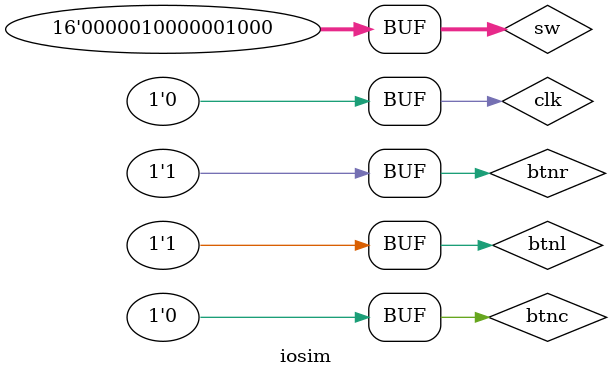
<source format=sv>
`timescale 1ns / 1ps

module iosim();
logic clk,btnc,btnl,btnr;
logic [15:0] sw;
logic [7:0] an;
logic [6:0] a2g;

top t(clk,btnc,btnl,btnr,sw,an,a2g);

initial begin
    #0;btnc<=1;
    #2;btnc<=0;
    #2;btnl<=1;btnr<=1;
    #2;sw<=16'b00000100_00001000;
 end
 
 always begin
    clk<=1;#5;clk<=0;#5;end
endmodule

</source>
